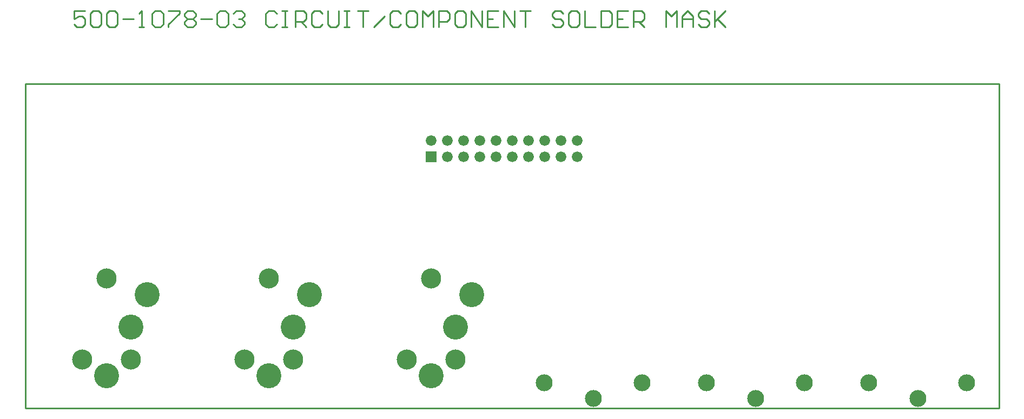
<source format=gbs>
*%FSLAX23Y23*%
*%MOIN*%
G01*
%ADD11C,0.006*%
%ADD12C,0.007*%
%ADD13C,0.010*%
%ADD14C,0.012*%
%ADD15C,0.036*%
%ADD16C,0.050*%
%ADD17C,0.056*%
%ADD18C,0.060*%
%ADD19C,0.062*%
%ADD20C,0.066*%
%ADD21C,0.070*%
%ADD22C,0.080*%
%ADD23C,0.095*%
%ADD24C,0.100*%
%ADD25C,0.104*%
%ADD26C,0.115*%
%ADD27C,0.120*%
%ADD28C,0.124*%
%ADD29C,0.150*%
%ADD30C,0.154*%
%ADD31R,0.062X0.062*%
%ADD32R,0.066X0.066*%
D13*
X7150Y9228D02*
X7217D01*
X7150D02*
Y9178D01*
X7183Y9195D01*
X7200D01*
X7217Y9178D01*
Y9145D01*
X7200Y9128D01*
X7167D01*
X7150Y9145D01*
X7250Y9211D02*
X7267Y9228D01*
X7300D01*
X7317Y9211D01*
Y9145D01*
X7300Y9128D01*
X7267D01*
X7250Y9145D01*
Y9211D01*
X7350D02*
X7367Y9228D01*
X7400D01*
X7417Y9211D01*
Y9145D01*
X7400Y9128D01*
X7367D01*
X7350Y9145D01*
Y9211D01*
X7450Y9178D02*
X7517D01*
X7550Y9128D02*
X7583D01*
X7567D01*
Y9228D01*
X7568D01*
X7567D02*
X7550Y9211D01*
X7633D02*
X7650Y9228D01*
X7683D01*
X7700Y9211D01*
Y9145D01*
X7683Y9128D01*
X7650D01*
X7633Y9145D01*
Y9211D01*
X7733Y9228D02*
X7800D01*
Y9211D01*
X7733Y9145D01*
Y9128D01*
X7833Y9211D02*
X7850Y9228D01*
X7883D01*
X7900Y9211D01*
Y9195D01*
X7883Y9178D01*
X7900Y9161D01*
Y9145D01*
X7883Y9128D01*
X7850D01*
X7833Y9145D01*
Y9161D01*
X7850Y9178D01*
X7833Y9195D01*
Y9211D01*
X7850Y9178D02*
X7883D01*
X7933D02*
X8000D01*
X8033Y9211D02*
X8050Y9228D01*
X8083D01*
X8100Y9211D01*
Y9145D01*
X8083Y9128D01*
X8050D01*
X8033Y9145D01*
Y9211D01*
X8133D02*
X8150Y9228D01*
X8183D01*
X8200Y9211D01*
Y9195D01*
X8201D01*
X8200D02*
X8201D01*
X8200D02*
X8201D01*
X8200D02*
X8183Y9178D01*
X8166D01*
X8183D01*
X8200Y9161D01*
Y9145D01*
X8183Y9128D01*
X8150D01*
X8133Y9145D01*
X8383Y9228D02*
X8400Y9211D01*
X8383Y9228D02*
X8350D01*
X8333Y9211D01*
Y9145D01*
X8350Y9128D01*
X8383D01*
X8400Y9145D01*
X8433Y9228D02*
X8466D01*
X8450D01*
Y9128D01*
X8433D01*
X8466D01*
X8516D02*
Y9228D01*
X8566D01*
X8583Y9211D01*
Y9178D01*
X8566Y9161D01*
X8516D01*
X8550D02*
X8583Y9128D01*
X8683Y9211D02*
X8666Y9228D01*
X8633D01*
X8616Y9211D01*
Y9145D01*
X8633Y9128D01*
X8666D01*
X8683Y9145D01*
X8716D02*
Y9228D01*
Y9145D02*
X8733Y9128D01*
X8766D01*
X8783Y9145D01*
Y9228D01*
X8816D02*
X8849D01*
X8833D01*
Y9128D01*
X8816D01*
X8849D01*
X8899Y9228D02*
X8966D01*
X8933D01*
Y9128D01*
X8999D02*
X9066Y9195D01*
X9149Y9228D02*
X9166Y9211D01*
X9149Y9228D02*
X9116D01*
X9099Y9211D01*
Y9145D01*
X9116Y9128D01*
X9149D01*
X9166Y9145D01*
X9216Y9228D02*
X9249D01*
X9216D02*
X9199Y9211D01*
Y9145D01*
X9216Y9128D01*
X9249D01*
X9266Y9145D01*
Y9211D01*
X9249Y9228D01*
X9299D02*
Y9128D01*
X9333Y9195D02*
X9299Y9228D01*
X9333Y9195D02*
X9366Y9228D01*
Y9128D01*
X9399D02*
Y9228D01*
X9449D01*
X9466Y9211D01*
Y9178D01*
X9449Y9161D01*
X9399D01*
X9516Y9228D02*
X9549D01*
X9516D02*
X9499Y9211D01*
Y9145D01*
X9516Y9128D01*
X9549D01*
X9566Y9145D01*
Y9211D01*
X9549Y9228D01*
X9599D02*
Y9128D01*
X9666D02*
X9599Y9228D01*
X9666D02*
Y9128D01*
X9699Y9228D02*
X9766D01*
X9699D02*
Y9128D01*
X9766D01*
X9732Y9178D02*
X9699D01*
X9799Y9128D02*
Y9228D01*
X9866Y9128D01*
Y9228D01*
X9899D02*
X9966D01*
X9932D01*
Y9128D01*
X10149Y9228D02*
X10166Y9211D01*
X10149Y9228D02*
X10116D01*
X10099Y9211D01*
Y9195D01*
X10116Y9178D01*
X10149D01*
X10166Y9161D01*
Y9145D01*
X10149Y9128D01*
X10116D01*
X10099Y9145D01*
X10216Y9228D02*
X10249D01*
X10216D02*
X10199Y9211D01*
Y9145D01*
X10216Y9128D01*
X10249D01*
X10266Y9145D01*
Y9211D01*
X10249Y9228D01*
X10299D02*
Y9128D01*
X10366D01*
X10399D02*
Y9228D01*
Y9128D02*
X10449D01*
X10466Y9145D01*
Y9211D01*
X10449Y9228D01*
X10399D01*
X10499D02*
X10566D01*
X10499D02*
Y9128D01*
X10566D01*
X10532Y9178D02*
X10499D01*
X10599Y9128D02*
Y9228D01*
X10649D01*
X10666Y9211D01*
Y9178D01*
X10649Y9161D01*
X10599D01*
X10632D02*
X10666Y9128D01*
X10799D02*
Y9228D01*
X10832Y9195D01*
X10865Y9228D01*
Y9128D01*
X10899D02*
Y9195D01*
X10932Y9228D01*
X10965Y9195D01*
Y9128D01*
Y9178D01*
X10899D01*
X11049Y9228D02*
X11065Y9211D01*
X11049Y9228D02*
X11015D01*
X10999Y9211D01*
Y9195D01*
X11015Y9178D01*
X11049D01*
X11065Y9161D01*
Y9145D01*
X11049Y9128D01*
X11015D01*
X10999Y9145D01*
X11099Y9128D02*
Y9228D01*
Y9161D02*
Y9128D01*
Y9161D02*
X11165Y9228D01*
X11115Y9178D01*
X11165Y9128D01*
X12850Y8778D02*
X6850D01*
Y6778D02*
X12850D01*
Y8778D01*
X6850D02*
Y6778D01*
D20*
X10250Y8428D02*
D03*
Y8328D02*
D03*
X10150Y8428D02*
D03*
Y8328D02*
D03*
X10050Y8428D02*
D03*
Y8328D02*
D03*
X9950Y8428D02*
D03*
Y8328D02*
D03*
X9850Y8428D02*
D03*
Y8328D02*
D03*
X9750Y8428D02*
D03*
Y8328D02*
D03*
X9650Y8428D02*
D03*
Y8328D02*
D03*
X9550Y8428D02*
D03*
Y8328D02*
D03*
X9450Y8428D02*
D03*
Y8328D02*
D03*
X9350Y8428D02*
D03*
D25*
X12653Y6936D02*
D03*
X12047D02*
D03*
X12350Y6838D02*
D03*
X11653Y6936D02*
D03*
X11047D02*
D03*
X11350Y6838D02*
D03*
X10653Y6936D02*
D03*
X10047D02*
D03*
X10350Y6838D02*
D03*
D28*
X9500Y7078D02*
D03*
X9200D02*
D03*
X9350Y7578D02*
D03*
X8500Y7078D02*
D03*
X8200D02*
D03*
X8350Y7578D02*
D03*
X7500Y7078D02*
D03*
X7200D02*
D03*
X7350Y7578D02*
D03*
D30*
X9500Y7278D02*
D03*
X9600Y7478D02*
D03*
X9350Y6978D02*
D03*
X8500Y7278D02*
D03*
X8600Y7478D02*
D03*
X8350Y6978D02*
D03*
X7500Y7278D02*
D03*
X7600Y7478D02*
D03*
X7350Y6978D02*
D03*
D32*
X9350Y8328D02*
D03*
M02*

</source>
